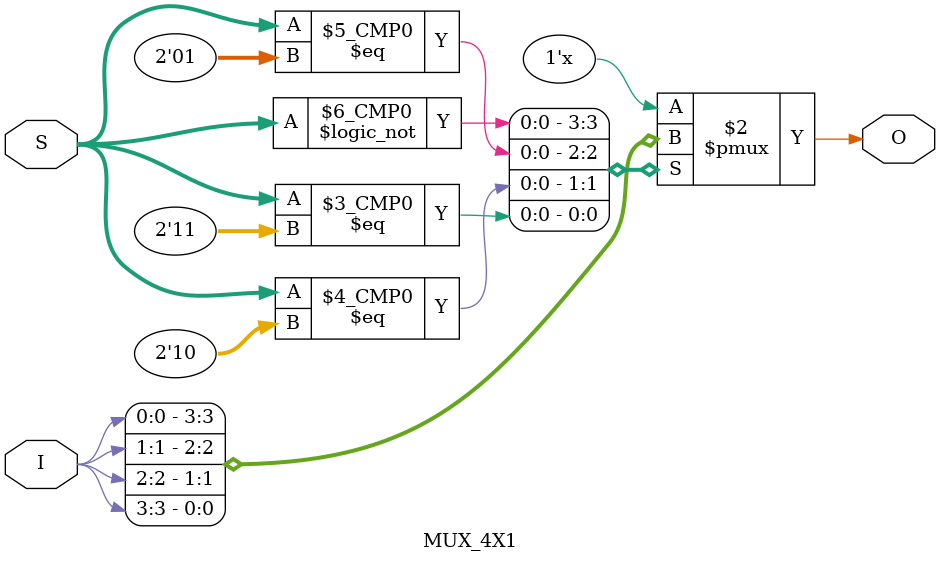
<source format=v>
`timescale 1ns / 1ps

// Author      : Venu Pabbuleti 
// ID          : N180116
//Branch       : ECE
//Project Name : RTL design using Verilog
//Design  Name : 8 TO 1 MUX USING 4X1 MUX AND 2X1 MUX
//Module  Name : 4X1 MUX MODULE
//RGUKT NUZVID 
//////////////////////////////////////////////////////////////////////////////////

module MUX_4X1(S,I,O);
input [1:0]S;
input [3:0]I;
output reg O;
always@(S,I) begin
    case({S})
    2'b00 : O=I[0];
    2'b01 : O=I[1];
    2'b10 : O=I[2];
    2'b11 : O=I[3];
    default : O=1'b0;
    endcase
end
endmodule

</source>
